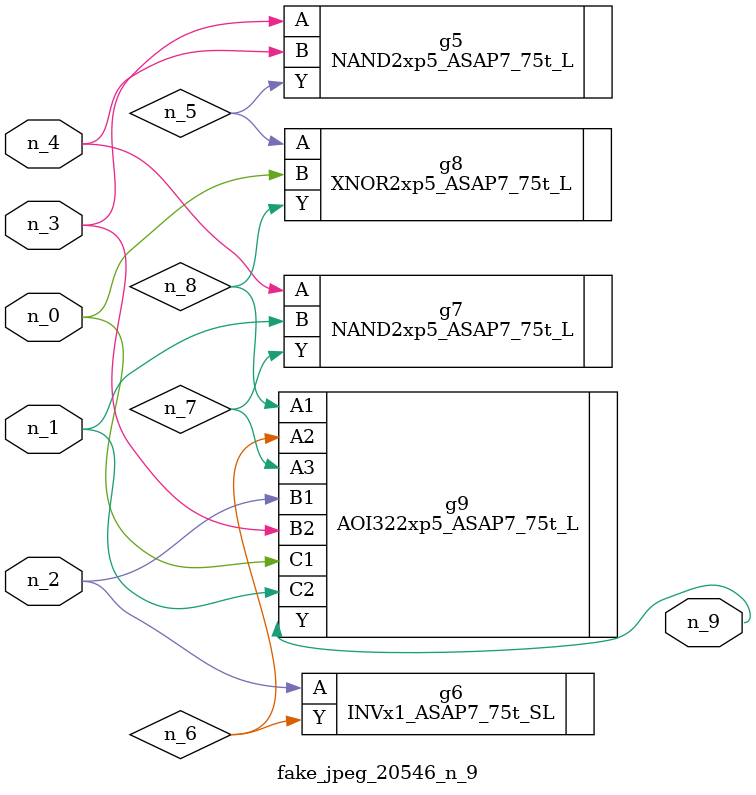
<source format=v>
module fake_jpeg_20546_n_9 (n_3, n_2, n_1, n_0, n_4, n_9);

input n_3;
input n_2;
input n_1;
input n_0;
input n_4;

output n_9;

wire n_8;
wire n_6;
wire n_5;
wire n_7;

NAND2xp5_ASAP7_75t_L g5 ( 
.A(n_3),
.B(n_4),
.Y(n_5)
);

INVx1_ASAP7_75t_SL g6 ( 
.A(n_2),
.Y(n_6)
);

NAND2xp5_ASAP7_75t_L g7 ( 
.A(n_4),
.B(n_1),
.Y(n_7)
);

XNOR2xp5_ASAP7_75t_L g8 ( 
.A(n_5),
.B(n_0),
.Y(n_8)
);

AOI322xp5_ASAP7_75t_L g9 ( 
.A1(n_8),
.A2(n_6),
.A3(n_7),
.B1(n_2),
.B2(n_3),
.C1(n_0),
.C2(n_1),
.Y(n_9)
);


endmodule
</source>
